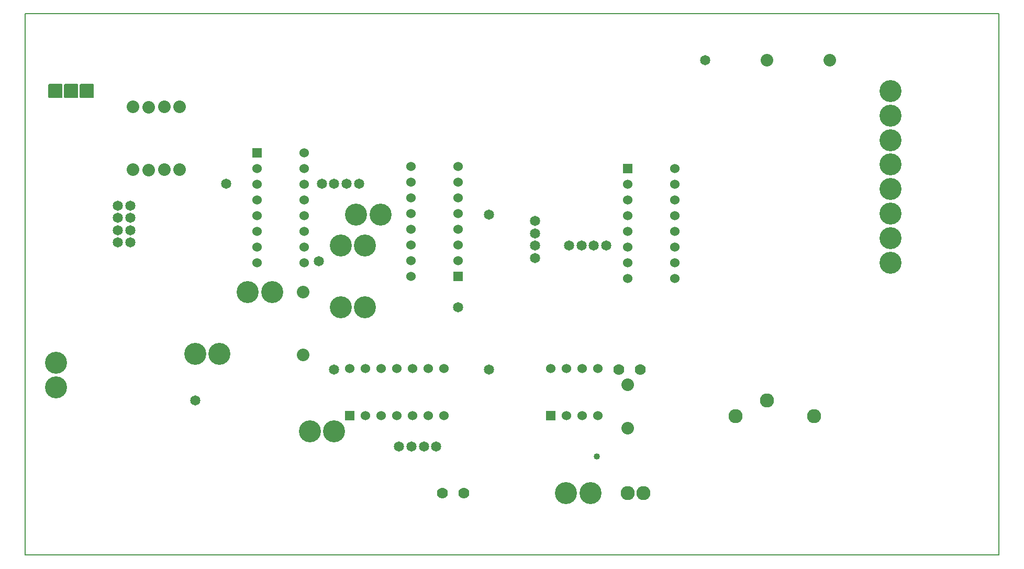
<source format=gbr>
G04 PROTEUS GERBER X2 FILE*
%TF.GenerationSoftware,Labcenter,Proteus,8.11-SP0-Build30052*%
%TF.CreationDate,2023-05-22T14:03:23+00:00*%
%TF.FileFunction,Soldermask,Bot*%
%TF.FilePolarity,Negative*%
%TF.Part,Single*%
%TF.SameCoordinates,{9aae922a-4e75-4b79-837c-5e4d9500d0df}*%
%FSLAX45Y45*%
%MOMM*%
G01*
%TA.AperFunction,Material*%
%ADD23C,1.016000*%
%TA.AperFunction,Material*%
%ADD24C,3.556000*%
%AMPPAD017*
4,1,36,
-1.016000,1.143000,
1.016000,1.143000,
1.041970,1.140470,
1.065980,1.133200,
1.087580,1.121650,
1.106290,1.106290,
1.121650,1.087570,
1.133200,1.065980,
1.140470,1.041970,
1.143000,1.016000,
1.143000,-1.016000,
1.140470,-1.041970,
1.133200,-1.065980,
1.121650,-1.087570,
1.106290,-1.106290,
1.087580,-1.121650,
1.065980,-1.133200,
1.041970,-1.140470,
1.016000,-1.143000,
-1.016000,-1.143000,
-1.041970,-1.140470,
-1.065980,-1.133200,
-1.087580,-1.121650,
-1.106290,-1.106290,
-1.121650,-1.087570,
-1.133200,-1.065980,
-1.140470,-1.041970,
-1.143000,-1.016000,
-1.143000,1.016000,
-1.140470,1.041970,
-1.133200,1.065980,
-1.121650,1.087570,
-1.106290,1.106290,
-1.087580,1.121650,
-1.065980,1.133200,
-1.041970,1.140470,
-1.016000,1.143000,
0*%
%TA.AperFunction,Material*%
%ADD25PPAD017*%
%TA.AperFunction,Material*%
%ADD26C,1.651000*%
%TA.AperFunction,Material*%
%ADD27C,2.032000*%
%AMPPAD020*
4,1,36,
-0.762000,-0.635000,
-0.762000,0.635000,
-0.759470,0.660970,
-0.752200,0.684980,
-0.740650,0.706580,
-0.725290,0.725290,
-0.706570,0.740650,
-0.684980,0.752200,
-0.660970,0.759470,
-0.635000,0.762000,
0.635000,0.762000,
0.660970,0.759470,
0.684980,0.752200,
0.706570,0.740650,
0.725290,0.725290,
0.740650,0.706580,
0.752200,0.684980,
0.759470,0.660970,
0.762000,0.635000,
0.762000,-0.635000,
0.759470,-0.660970,
0.752200,-0.684980,
0.740650,-0.706580,
0.725290,-0.725290,
0.706570,-0.740650,
0.684980,-0.752200,
0.660970,-0.759470,
0.635000,-0.762000,
-0.635000,-0.762000,
-0.660970,-0.759470,
-0.684980,-0.752200,
-0.706570,-0.740650,
-0.725290,-0.725290,
-0.740650,-0.706580,
-0.752200,-0.684980,
-0.759470,-0.660970,
-0.762000,-0.635000,
0*%
%TA.AperFunction,Material*%
%ADD28PPAD020*%
%ADD29C,1.524000*%
%AMPPAD022*
4,1,36,
-0.635000,0.762000,
0.635000,0.762000,
0.660970,0.759470,
0.684980,0.752200,
0.706580,0.740650,
0.725290,0.725290,
0.740650,0.706570,
0.752200,0.684980,
0.759470,0.660970,
0.762000,0.635000,
0.762000,-0.635000,
0.759470,-0.660970,
0.752200,-0.684980,
0.740650,-0.706570,
0.725290,-0.725290,
0.706580,-0.740650,
0.684980,-0.752200,
0.660970,-0.759470,
0.635000,-0.762000,
-0.635000,-0.762000,
-0.660970,-0.759470,
-0.684980,-0.752200,
-0.706580,-0.740650,
-0.725290,-0.725290,
-0.740650,-0.706570,
-0.752200,-0.684980,
-0.759470,-0.660970,
-0.762000,-0.635000,
-0.762000,0.635000,
-0.759470,0.660970,
-0.752200,0.684980,
-0.740650,0.706570,
-0.725290,0.725290,
-0.706580,0.740650,
-0.684980,0.752200,
-0.660970,0.759470,
-0.635000,0.762000,
0*%
%TA.AperFunction,Material*%
%ADD72PPAD022*%
%TA.AperFunction,Material*%
%ADD73C,1.778000*%
%ADD30C,2.286000*%
%TA.AperFunction,Profile*%
%ADD70C,0.203200*%
%TD.AperFunction*%
D23*
X-6000000Y+6087315D03*
D24*
X-14750000Y+7603760D03*
X-14750000Y+7207520D03*
D25*
X-14754000Y+12000000D03*
X-14500000Y+12000000D03*
X-14246000Y+12000000D03*
D26*
X-13750000Y+10150000D03*
X-13550000Y+10150000D03*
X-13750000Y+9950000D03*
X-13550000Y+9950000D03*
X-13750000Y+9750000D03*
X-13550000Y+9750000D03*
X-13750000Y+9550000D03*
X-13550000Y+9550000D03*
D27*
X-13500000Y+11750000D03*
X-13500000Y+10734000D03*
X-13250000Y+11734000D03*
X-13250000Y+10718000D03*
X-13000000Y+11750000D03*
X-13000000Y+10734000D03*
X-12750000Y+11750000D03*
X-12750000Y+10734000D03*
D28*
X-8250000Y+9000000D03*
D29*
X-8250000Y+9254000D03*
X-8250000Y+9508000D03*
X-8250000Y+9762000D03*
X-8250000Y+10016000D03*
X-8250000Y+10270000D03*
X-8250000Y+10524000D03*
X-8250000Y+10778000D03*
X-9012000Y+10778000D03*
X-9012000Y+10524000D03*
X-9012000Y+10270000D03*
X-9012000Y+10016000D03*
X-9012000Y+9762000D03*
X-9012000Y+9508000D03*
X-9012000Y+9254000D03*
X-9012000Y+9000000D03*
D26*
X-7000000Y+9900000D03*
X-7000000Y+9700000D03*
X-7000000Y+9500000D03*
X-7000000Y+9300000D03*
D28*
X-5500000Y+10750000D03*
D29*
X-5500000Y+10496000D03*
X-5500000Y+10242000D03*
X-5500000Y+9988000D03*
X-5500000Y+9734000D03*
X-5500000Y+9480000D03*
X-5500000Y+9226000D03*
X-5500000Y+8972000D03*
X-4738000Y+8972000D03*
X-4738000Y+9226000D03*
X-4738000Y+9480000D03*
X-4738000Y+9734000D03*
X-4738000Y+9988000D03*
X-4738000Y+10242000D03*
X-4738000Y+10496000D03*
X-4738000Y+10750000D03*
D26*
X-6450000Y+9500000D03*
X-6250000Y+9500000D03*
X-6050000Y+9500000D03*
X-5850000Y+9500000D03*
D72*
X-10000000Y+6750000D03*
D29*
X-9746000Y+6750000D03*
X-9492000Y+6750000D03*
X-9238000Y+6750000D03*
X-8984000Y+6750000D03*
X-8730000Y+6750000D03*
X-8476000Y+6750000D03*
X-8476000Y+7512000D03*
X-8730000Y+7512000D03*
X-8984000Y+7512000D03*
X-9238000Y+7512000D03*
X-9492000Y+7512000D03*
X-9746000Y+7512000D03*
X-10000000Y+7512000D03*
D28*
X-11500000Y+11000000D03*
D29*
X-11500000Y+10746000D03*
X-11500000Y+10492000D03*
X-11500000Y+10238000D03*
X-11500000Y+9984000D03*
X-11500000Y+9730000D03*
X-11500000Y+9476000D03*
X-11500000Y+9222000D03*
X-10738000Y+9222000D03*
X-10738000Y+9476000D03*
X-10738000Y+9730000D03*
X-10738000Y+9984000D03*
X-10738000Y+10238000D03*
X-10738000Y+10492000D03*
X-10738000Y+10746000D03*
X-10738000Y+11000000D03*
D24*
X-1250000Y+12000000D03*
X-1250000Y+11603760D03*
X-1250000Y+11207520D03*
X-1250000Y+10811280D03*
X-1250000Y+10415040D03*
X-1250000Y+10018800D03*
X-1250000Y+9622560D03*
X-1250000Y+9226320D03*
D27*
X-3250000Y+12500000D03*
X-2234000Y+12500000D03*
D72*
X-6750000Y+6750000D03*
D29*
X-6496000Y+6750000D03*
X-6242000Y+6750000D03*
X-5988000Y+6750000D03*
X-5988000Y+7512000D03*
X-6242000Y+7512000D03*
X-6496000Y+7512000D03*
X-6750000Y+7512000D03*
D27*
X-5500000Y+7250000D03*
X-5500000Y+6550000D03*
D73*
X-5650000Y+7500000D03*
X-5300000Y+7500000D03*
X-8500000Y+5500000D03*
X-8150000Y+5500000D03*
D30*
X-5500000Y+5500000D03*
X-5246000Y+5500000D03*
D27*
X-10750000Y+8750000D03*
X-10750000Y+7734000D03*
D30*
X-2488000Y+6746000D03*
X-3758000Y+6746000D03*
X-3250000Y+7000000D03*
D24*
X-6500000Y+5500000D03*
X-6103760Y+5500000D03*
X-12500000Y+7750000D03*
X-12103760Y+7750000D03*
D26*
X-10450000Y+10500000D03*
X-10250000Y+10500000D03*
X-10050000Y+10500000D03*
X-9850000Y+10500000D03*
X-9200000Y+6250000D03*
X-9000000Y+6250000D03*
X-8800000Y+6250000D03*
X-8600000Y+6250000D03*
D24*
X-10646240Y+6500000D03*
X-10250000Y+6500000D03*
D26*
X-7750000Y+7500000D03*
X-12000000Y+10500000D03*
D24*
X-9896240Y+10000000D03*
X-9500000Y+10000000D03*
X-11646240Y+8750000D03*
X-11250000Y+8750000D03*
X-10146240Y+9500000D03*
X-9750000Y+9500000D03*
X-10146240Y+8500000D03*
X-9750000Y+8500000D03*
D26*
X-12500000Y+7000000D03*
X-10250000Y+7500000D03*
X-10500000Y+9250000D03*
X-8250000Y+8500000D03*
X-4250000Y+12500000D03*
X-7750000Y+10000000D03*
D70*
X-15250000Y+4500000D02*
X+500000Y+4500000D01*
X+500000Y+13250000D01*
X-15250000Y+13250000D01*
X-15250000Y+4500000D01*
M02*

</source>
